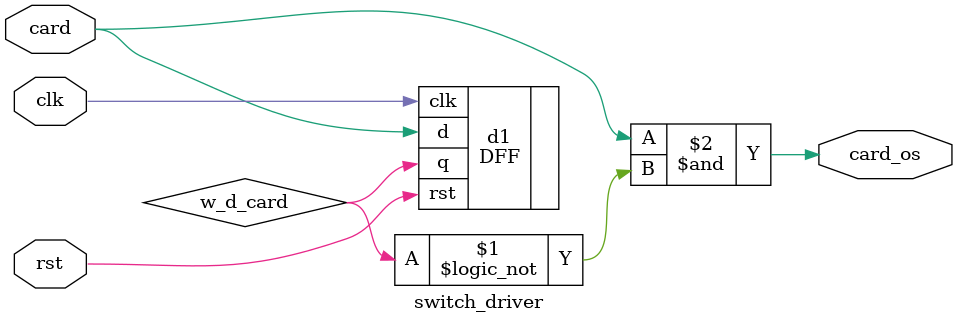
<source format=v>
module switch_driver (
    input clk,
    input rst,
    input card,
    output card_os
);

    wire w_d_card;
    DFF d1(.clk(clk),.rst(rst),.d(card),.q(w_d_card));
    assign card_os=card&(!w_d_card);

endmodule
</source>
